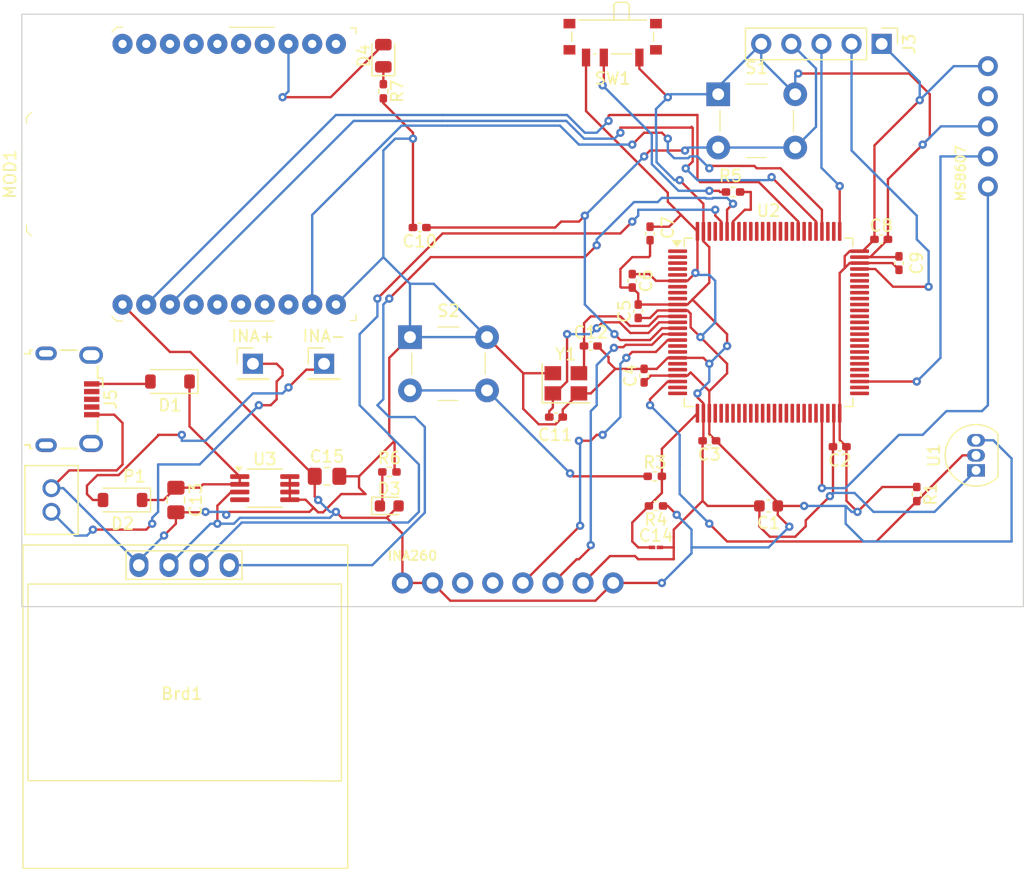
<source format=kicad_pcb>
(kicad_pcb (version 20240108) (generator "pcbnew") (generator_version "8.0")
  (layers (0 "F.Cu" signal) (31 "B.Cu" power) (34 "B.Paste" user) (35 "F.Paste" user) (36 "B.SilkS" user "B.Silkscreen") (37 "F.SilkS" user "F.Silkscreen") (38 "B.Mask" user) (39 "F.Mask" user) (44 "Edge.Cuts" user))
  (net 0 "")
  (net 1 "/I2C1_SCL")
  (net 2 "GND")
  (net 3 "/I2C1_SDA")
  (net 4 "+3.3V")
  (net 5 "/GPIO_INPUT_Button")
  (net 6 "/HSE_OUT")
  (net 7 "/HSE_IN")
  (net 8 "/NRST")
  (net 9 "/PWR_LED_K")
  (net 10 "/V_USB")
  (net 11 "/INA-")
  (net 12 "/PWR_LED_K2")
  (net 13 "Net-(D4-A)")
  (net 14 "/I2C2_SCL")
  (net 16 "/I2C2_SDA")
  (net 18 "/I2C3_SDA")
  (net 19 "/INA+")
  (net 20 "/I2C3_SCL")
  (net 28 "/UART5_TX")
  (net 36 "/UART5_RX")
  (net 37 "/GPIO_SLEEP_XBEE")
  (net 38 "/UART4_TX")
  (net 39 "Net-(SW1-B)")
  (net 40 "/BOOT0")
  (net 41 "/SWD_DIO")
  (net 42 "/SWD_CLK")
  (net 43 "Net-(D1-K)")
  (net 50 "Net-(R3-Pad1)")
  (net 120 "VBus")
  (net 121 "Alert")
  (footprint "Crystal:Crystal_SMD_3225-4Pin_3.2x2.5mm" (layer "F.Cu") (at 206.9 79.15)
    (property "Reference" "Y1")
    (property "Value" "16MHz")
  )
  (footprint "Resistor_SMD:R_0402_1005Metric_Pad0.72x0.64mm_HandSolder" (layer "F.Cu") (at 191.5 54.5 -90)
    (property "Reference" "R7")
    (property "Value" "1.5k")
  )
  (footprint "Package_SO:MSOP-8_3x3mm_P0.65mm" (layer "F.Cu") (at 181.5 88)
    (property "Reference" "U3")
    (property "Value" "MIC5219-3.3YMM")
  )
  (footprint "Package_QFP:LQFP-100_14x14mm_P0.5mm" (layer "F.Cu") (at 224 74)
    (property "Reference" "U2")
    (property "Value" "STM32U545VETx")
  )
  (footprint "Capacitor_SMD:C_0402_1005Metric_Pad0.74x0.62mm_HandSolder" (layer "F.Cu") (at 194.5675 66 180)
    (property "Reference" "C10")
    (property "Value" "100n")
  )
  (footprint "Connector_PinHeader_2.54mm:PinHeader_1x01_P2.54mm_Vertical" (layer "F.Cu") (at 180.5 77.5)
    (property "Reference" "INA+")
    (property "Value" "PinHeader_1x01_P2.54mm_Vertical")
  )
  (footprint "Adafruit INA260:1X08_ROUND_70" (layer "F.Cu") (at 202 96)
    (property "Reference" "INA260")
    (property "Value" "1X08_ROUND_70")
  )
  (footprint "Connector_PinHeader_2.54mm:PinHeader_1x01_P2.54mm_Vertical" (layer "F.Cu") (at 186.5 77.5)
    (property "Reference" "INA-")
    (property "Value" "PinHeader_1x01_P2.54mm_Vertical")
  )
  (footprint "Capacitor_SMD:C_0402_1005Metric_Pad0.74x0.62mm_HandSolder" (layer "F.Cu") (at 235 69 90)
    (property "Reference" "C9")
    (property "Value" "100n")
  )
  (footprint "Resistor_SMD:R_0402_1005Metric_Pad0.72x0.64mm_HandSolder" (layer "F.Cu") (at 221 63)
    (property "Reference" "R5")
    (property "Value" "10k")
  )
  (footprint "Resistor_SMD:R_0402_1005Metric_Pad0.72x0.64mm_HandSolder" (layer "F.Cu") (at 214.5 89.5 180)
    (property "Reference" "R4")
    (property "Value" "10k")
  )
  (footprint "Package_TO_SOT_THT:TO-92_Inline" (layer "F.Cu") (at 241.5 86.5 90)
    (property "Reference" "U1")
    (property "Value" "DS18B20")
  )
  (footprint "Capacitor_SMD:C_0402_1005Metric_Pad0.74x0.62mm_HandSolder" (layer "F.Cu") (at 212.5 70.5 -90)
    (property "Reference" "C6")
    (property "Value" "100n")
  )
  (footprint "Diode_SMD:D_SOD-123" (layer "F.Cu") (at 169.5 89 180)
    (property "Reference" "D2")
    (property "Value" "D_Schottky")
  )
  (footprint "Adafruit MS8607:1X05_ROUND" (layer "F.Cu") (at 242.5 57.46 90)
    (property "Reference" "MS8607")
    (property "Value" "1X05_ROUND")
  )
  (footprint "Capacitor_SMD:C_0402_1005Metric_Pad0.74x0.62mm_HandSolder" (layer "F.Cu") (at 206.0675 82)
    (property "Reference" "C11")
    (property "Value" "10p")
  )
  (footprint "Button_Switch_SMD:SW_SPDT_PCM12" (layer "F.Cu") (at 210.85 50.22 180)
    (property "Reference" "SW1")
    (property "Value" "SW_SPDT")
  )
  (footprint "Diode_SMD:D_SOD-123" (layer "F.Cu") (at 173.5 79 180)
    (property "Reference" "D1")
    (property "Value" "D_Schottky")
  )
  (footprint "Capacitor_SMD:C_0402_1005Metric_Pad0.74x0.62mm_HandSolder" (layer "F.Cu") (at 219 84 180)
    (property "Reference" "C3")
    (property "Value" "100n")
  )
  (footprint "Capacitor_SMD:C_0402_1005Metric_Pad0.74x0.62mm_HandSolder" (layer "F.Cu") (at 214 66.5 -90)
    (property "Reference" "C7")
    (property "Value" "100n")
  )
  (footprint "Capacitor_SMD:C_0402_1005Metric_Pad0.74x0.62mm_HandSolder" (layer "F.Cu") (at 233.5 67)
    (property "Reference" "C8")
    (property "Value" "100n")
  )
  (footprint "Capacitor_SMD:C_0402_1005Metric_Pad0.74x0.62mm_HandSolder" (layer "F.Cu") (at 209 76)
    (property "Reference" "C12")
    (property "Value" "10p")
  )
  (footprint "PHR-2:JST_PHR-2" (layer "F.Cu") (at 163.5 89 -90)
    (property "Reference" "P1")
    (property "Value" "PHR-2")
  )
  (footprint "digikey-footprints:Switch_Tactile_THT_B3F-1xxx" (layer "F.Cu") (at 219.7488 54.7394)
    (property "Reference" "S1")
    (property "Value" "PTS645SM43SMTR92_LFS")
  )
  (footprint "digikey-footprints:XBEE-20_THT" (layer "F.Cu") (at 178.5 61.5 90)
    (property "Reference" "MOD1")
    (property "Value" "XB24CZ7PIT-004")
  )
  (footprint "Connector_USB:USB_Micro-B_Wuerth_629105150521" (layer "F.Cu") (at 165 80.5 -90)
    (property "Reference" "J5")
    (property "Value" "USB_B_Micro")
  )
  (footprint "Connector_PinHeader_2.54mm:PinHeader_1x05_P2.54mm_Vertical" (layer "F.Cu") (at 233.54 50.5 -90)
    (property "Reference" "J3")
    (property "Value" "Conn_01x05_Pin")
  )
  (footprint "Capacitor_SMD:C_0402_1005Metric_Pad0.74x0.62mm_HandSolder" (layer "F.Cu") (at 213.5 78.5 90)
    (property "Reference" "C4")
    (property "Value" "100n")
  )
  (footprint "Capacitor_SMD:C_0805_2012Metric_Pad1.18x1.45mm_HandSolder" (layer "F.Cu") (at 174 89 -90)
    (property "Reference" "C13")
    (property "Value" "10u")
  )
  (footprint "Capacitor_SMD:C_0603_1608Metric" (layer "F.Cu") (at 224 89.5 180)
    (property "Reference" "C1")
    (property "Value" "4u7")
  )
  (footprint "Resistor_SMD:R_0402_1005Metric_Pad0.72x0.64mm_HandSolder" (layer "F.Cu") (at 192.0125 86.63)
    (property "Reference" "R6")
    (property "Value" "1.5k")
  )
  (footprint "Resistor_SMD:R_0402_1005Metric_Pad0.72x0.64mm_HandSolder" (layer "F.Cu") (at 214.4025 87)
    (property "Reference" "R3")
    (property "Value" "1k")
  )
  (footprint "Resistor_SMD:R_0402_1005Metric_Pad0.72x0.64mm_HandSolder" (layer "F.Cu") (at 236.5 88.5 -90)
    (property "Reference" "R1")
    (property "Value" "4.7k")
  )
  (footprint "LED_SMD:LED_0603_1608Metric" (layer "F.Cu") (at 192 89.5)
    (property "Reference" "D3")
    (property "Value" "RED")
  )
  (footprint "SSD1306:128x64OLED" (layer "F.Cu") (at 174.5 105.1)
    (property "Reference" "Brd1")
    (property "Value" "SSD1306")
  )
  (footprint "digikey-footprints:Switch_Tactile_THT_B3F-1xxx" (layer "F.Cu") (at 193.7488 75.2394)
    (property "Reference" "S2")
    (property "Value" "PTS645SM43SMTR92_LFS")
  )
  (footprint "Capacitor_SMD:C_0805_2012Metric_Pad1.18x1.45mm_HandSolder" (layer "F.Cu") (at 186.75 87)
    (property "Reference" "C15")
    (property "Value" "2.2u")
  )
  (footprint "Capacitor_SMD:C_01005_0402Metric_Pad0.57x0.30mm_HandSolder" (layer "F.Cu") (at 214.5 93)
    (property "Reference" "C14")
    (property "Value" "0.1u")
  )
  (footprint "Capacitor_SMD:C_0402_1005Metric_Pad0.74x0.62mm_HandSolder" (layer "F.Cu") (at 230 84.5 180)
    (property "Reference" "C2")
    (property "Value" "100n")
  )
  (footprint "LED_SMD:LED_0805_2012Metric" (layer "F.Cu") (at 191.5 51.5 90)
    (property "Reference" "D4")
    (property "Value" "RED")
  )
  (footprint "Capacitor_SMD:C_0402_1005Metric_Pad0.74x0.62mm_HandSolder" (layer "F.Cu") (at 213 73.0675 90)
    (property "Reference" "C5")
    (property "Value" "100n")
  )
  (gr_rect (start 161 48) (end 245.5 98) (stroke (width 0.1)) (fill none) (layer "Edge.Cuts"))
  (segment (start 211.5 66.5) (end 196.5 66.5) (width 0.2) (layer "F.Cu") (net 1))
  (segment (start 196.5 66.5) (end 191 72) (width 0.2) (layer "F.Cu") (net 1))
  (segment (start 212.5 65.5) (end 211.5 66.5) (width 0.2) (layer "F.Cu") (net 1))
  (segment (start 220 65.49259) (end 219.5 64.99259) (width 0.2) (layer "F.Cu") (net 1))
  (segment (start 219.5 64.99259) (end 219.5 64.5) (width 0.2) (layer "F.Cu") (net 1))
  (segment (start 220 66.325) (end 220 65.49259) (width 0.2) (layer "F.Cu") (net 1))
  (via (at 219.5 64.5) (size 0.7) (drill 0.3) (layers "F.Cu" "B.Cu") (net 1))
  (via (at 212.5 65.5) (size 0.7) (drill 0.3) (layers "F.Cu" "B.Cu") (net 1))
  (via (at 191 72) (size 0.7) (drill 0.3) (layers "F.Cu" "B.Cu") (net 1))
  (segment (start 213 64.5) (end 213 65) (width 0.2) (layer "B.Cu") (net 1))
  (segment (start 213 65) (end 212.5 65.5) (width 0.2) (layer "B.Cu") (net 1))
  (segment (start 189.5 81) (end 189.5 75) (width 0.2) (layer "B.Cu") (net 1))
  (segment (start 179.56 90.9) (end 193.6 90.9) (width 0.2) (layer "B.Cu") (net 1))
  (segment (start 191 73.5) (end 191 72) (width 0.2) (layer "B.Cu") (net 1))
  (segment (start 194.5 86) (end 189.5 81) (width 0.2) (layer "B.Cu") (net 1))
  (segment (start 194.5 90) (end 194.5 86) (width 0.2) (layer "B.Cu") (net 1))
  (segment (start 193.6 90.9) (end 194.5 90) (width 0.2) (layer "B.Cu") (net 1))
  (segment (start 175.96 94.5) (end 179.56 90.9) (width 0.2) (layer "B.Cu") (net 1))
  (segment (start 219.5 64.5) (end 213 64.5) (width 0.2) (layer "B.Cu") (net 1))
  (segment (start 189.5 75) (end 191 73.5) (width 0.2) (layer "B.Cu") (net 1))
  (segment (start 210.5 76.9325) (end 209.5675 76) (width 0.2) (layer "F.Cu") (net 2))
  (segment (start 218.4325 89.0675) (end 218.4325 84) (width 0.2) (layer "F.Cu") (net 2))
  (segment (start 206.635 82) (end 206.025 82.61) (width 0.2) (layer "F.Cu") (net 2))
  (segment (start 174 90.0375) (end 174 91) (width 0.2) (layer "F.Cu") (net 2))
  (segment (start 194 58) (end 191.5 55.5) (width 0.2) (layer "F.Cu") (net 2))
  (segment (start 217.578705 72.078705) (end 217.15741 72.5) (width 0.2) (layer "F.Cu") (net 2))
  (segment (start 214 67.0675) (end 214 68.39) (width 0.2) (layer "F.Cu") (net 2))
  (segment (start 204.61 82.61) (end 203.3 81.3) (width 0.2) (layer "F.Cu") (net 2))
  (segment (start 203.3 81.3) (end 203.3 78.3) (width 0.2) (layer "F.Cu") (net 2))
  (segment (start 211.0675 77.9325) (end 213.5 77.9325) (width 0.2) (layer "F.Cu") (net 2))
  (segment (start 214.56009 77.9325) (end 215.49259 77) (width 0.2) (layer "F.Cu") (net 2))
  (segment (start 212.734 93.734) (end 213 94) (width 0.2) (layer "F.Cu") (net 2))
  (segment (start 208 80) (end 209 80) (width 0.2) (layer "F.Cu") (net 2))
  (segment (start 223.225 89.5) (end 218.865 89.5) (width 0.2) (layer "F.Cu") (net 2))
  (segment (start 208.35 96) (end 210.616 93.734) (width 0.2) (layer "F.Cu") (net 2))
  (segment (start 216.325 77) (end 218.5 77) (width 0.2) (layer "F.Cu") (net 2))
  (segment (start 227.134314 90.717157) (end 227.134314 91.214215) (width 0.2) (layer "F.Cu") (net 2))
  (segment (start 169 86.5) (end 165 86.5) (width 0.2) (layer "F.Cu") (net 2))
  (segment (start 218.5 81.675) (end 218.5 80.84259) (width 0.2) (layer "F.Cu") (net 2))
  (segment (start 208 80) (end 206.635 81.365) (width 0.2) (layer "F.Cu") (net 2))
  (segment (start 168.8 81.8) (end 169.5 82.5) (width 0.2) (layer "F.Cu") (net 2))
  (segment (start 234.9325 68.5) (end 231.675 68.5) (width 0.2) (layer "F.Cu") (net 2))
  (segment (start 209 80) (end 211.0675 77.9325) (width 0.2) (layer "F.Cu") (net 2))
  (segment (start 191.5 55.5) (end 191.5 55.0975) (width 0.2) (layer "F.Cu") (net 2))
  (segment (start 217.578705 72.078705) (end 220.5 75) (width 0.2) (layer "F.Cu") (net 2))
  (segment (start 211.5675 71.0675) (end 212.5 71.0675) (width 0.2) (layer "F.Cu") (net 2))
  (segment (start 166.9 81.8) (end 168.8 81.8) (width 0.2) (layer "F.Cu") (net 2))
  (segment (start 213 94) (end 216 94) (width 0.2) (layer "F.Cu") (net 2))
  (segment (start 211.5 71) (end 211.5675 71.0675) (width 0.2) (layer "F.Cu") (net 2))
  (segment (start 186.4125 90.0375) (end 187.95 88.5) (width 0.2) (layer "F.Cu") (net 2))
  (segment (start 226.248529 92.1) (end 224.1 92.1) (width 0.2) (layer "F.Cu") (net 2))
  (segment (start 218.5 80.84259) (end 218 80.34259) (width 0.2) (layer "F.Cu") (net 2))
  (segment (start 234.0675 61.9325) (end 236 60) (width 0.2) (layer "F.Cu") (net 2))
  (segment (start 213.89 68.5) (end 212.5 68.5) (width 0.2) (layer "F.Cu") (net 2))
  (segment (start 185.615625 89.653125) (end 185.26875 90) (width 0.2) (layer "F.Cu") (net 2))
  (segment (start 229.5 81.675) (end 229.5 84.4325) (width 0.2) (layer "F.Cu") (net 2))
  (segment (start 214 68.39) (end 213.89 68.5) (width 0.2) (layer "F.Cu") (net 2))
  (segment (start 235.848529 53) (end 226.5 53) (width 0.2) (layer "F.Cu") (net 2))
  (segment (start 229.175736 88.675736) (end 229.175735 88.675736) (width 0.2) (layer "F.Cu") (net 2))
  (segment (start 217.15741 72.5) (end 216.325 72.5) (width 0.2) (layer "F.Cu") (net 2))
  (segment (start 187.95 88.5) (end 190 88.5) (width 0.2) (layer "F.Cu") (net 2))
  (segment (start 229.4325 84.5) (end 229.4325 88.418971) (width 0.2) (layer "F.Cu") (net 2))
  (segment (start 192.45 86.47) (end 192.45 84) (width 0.2) (layer "F.Cu") (net 2))
  (segment (start 211.5 69.5) (end 211.5 71) (width 0.2) (layer "F.Cu") (net 2))
  (segment (start 232.5675 68.5) (end 231.675 68.5) (width 0.2) (layer "F.Cu") (net 2))
  (segment (start 234.0675 67) (end 232.5675 68.5) (width 0.2) (layer "F.Cu") (net 2))
  (segment (start 190 88.5) (end 189.45 87.95) (width 0.2) (layer "F.Cu") (net 2))
  (segment (start 194 58.5) (end 194 58) (width 0.2) (layer "F.Cu") (net 2))
  (segment (start 219 70.65741) (end 217.578705 72.078705) (width 0.2) (layer "F.Cu") (net 2))
  (segment (start 183.6125 88.325) (end 183.6125 87.675) (width 0.2) (layer "F.Cu") (net 2))
  (segment (start 218.5 64) (end 218.5 66.325) (width 0.2) (layer "F.Cu") (net 2))
  (segment (start 183.6125 88.975) (end 183.6125 88.325) (width 0.2) (layer "F.Cu") (net 2))
  (segment (start 216 91.5) (end 218.4325 89.0675) (width 0.2) (layer "F.Cu") (net 2))
  (segment (start 210.5 77.365) (end 211.0675 77.9325) (width 0.2) (layer "F.Cu") (net 2))
  (segment (start 213.1 51.65) (end 213.1 52.6) (width 0.2) (layer "F.Cu") (net 2))
  (segment (start 176.4625 90.0375) (end 176.5 90) (width 0.2) (layer "F.Cu") (net 2))
  (segment (start 213.1 52.6) (end 215.5 55) (width 0.2) (layer "F.Cu") (net 2))
  (segment (start 216 93) (end 214.8375 93) (width 0.2) (layer "F.Cu") (net 2))
  (segment (start 184.9375 88.975) (end 185.73125 89.76875) (width 0.2) (layer "F.Cu") (net 2))
  (segment (start 218 80.34259) (end 218 80) (width 0.2) (layer "F.Cu") (net 2))
  (segment (start 174 90.0375) (end 176.4625 90.0375) (width 0.2) (layer "F.Cu") (net 2))
  (segment (start 229.175735 88.675736) (end 227.134314 90.717157) (width 0.2) (layer "F.Cu") (net 2))
  (segment (start 218.5 67.15741) (end 219 67.65741) (width 0.2) (layer "F.Cu") (net 2))
  (segment (start 216.5 62) (end 218.5 64) (width 0.2) (layer "F.Cu") (net 2))
  (segment (start 187.7875 87) (end 189.45 87) (width 0.2) (layer "F.Cu") (net 2))
  (segment (start 229.4325 88.418971) (end 229.175736 88.675735) (width 0.2) (layer "F.Cu") (net 2))
  (segment (start 237.6 58.4) (end 237.6 54.751471) (width 0.2) (layer "F.Cu") (net 2))
  (segment (start 205.8 78.3) (end 203.3 78.3) (width 0.2) (layer "F.Cu") (net 2))
  (segment (start 210.616 93.734) (end 212.734 93.734) (width 0.2) (layer "F.Cu") (net 2))
  (segment (start 237.6 54.751471) (end 235.848529 53) (width 0.2) (layer "F.Cu") (net 2))
  (segment (start 169.5 86) (end 169 86.5) (width 0.2) (layer "F.Cu") (net 2))
  (segment (start 219 67.65741) (end 219 70.65741) (width 0.2) (layer "F.Cu") (net 2))
  (segment (start 234.0675 67) (end 234.0675 61.9325) (width 0.2) (layer "F.Cu") (net 2))
  (segment (start 229.5 84.4325) (end 229.4325 84.5) (width 0.2) (layer "F.Cu") (net 2))
  (segment (start 213 71.5675) (end 212.5 71.0675) (width 0.2) (layer "F.Cu") (net 2))
  (segment (start 216.325 72.5) (end 213 72.5) (width 0.2) (layer "F.Cu") (net 2))
  (segment (start 224.1 92.1) (end 223.225 91.225) (width 0.2) (layer "F.Cu") (net 2))
  (segment (start 216 94) (end 216 93) (width 0.2) (layer "F.Cu") (net 2))
  (segment (start 223.225 91.225) (end 223.225 89.5) (width 0.2) (layer "F.Cu") (net 2))
  (segment (start 215.49259 77) (end 216.325 77) (width 0.2) (layer "F.Cu") (net 2))
  (segment (start 216 93) (end 216 91.5) (width 0.2) (layer "F.Cu") (net 2))
  (segment (start 236 60) (end 237.6 58.4) (width 0.2) (layer "F.Cu") (net 2))
  (segment (start 206.025 82.61) (end 204.61 82.61) (width 0.2) (layer "F.Cu") (net 2))
  (segment (start 213.5 77.9325) (end 214.56009 77.9325) (width 0.2) (layer "F.Cu") (net 2))
  (segment (start 210.5 76.9325) (end 210.5 77.365) (width 0.2) (layer "F.Cu") (net 2))
  (segment (start 183.6125 88.975) (end 184.9375 88.975) (width 0.2) (layer "F.Cu") (net 2))
  (segment (start 229.175736 88.675735) (end 229.175736 88.675736) (width 0.2) (layer "F.Cu") (net 2))
  (segment (start 185.26875 90) (end 178.5 90) (width 0.2) (layer "F.Cu") (net 2))
  (segment (start 192.45 84) (end 192 83.55) (width 0.2) (layer "F.Cu") (net 2))
  (segment (start 203.3 78.3) (end 200.25 75.25) (width 0.2) (layer "F.Cu") (net 2))
  (segment (start 165 86.5) (end 163.5 88) (width 0.2) (layer "F.Cu") (net 2))
  (segment (start 189.45 87.95) (end 189.45 87) (width 0.2) (layer "F.Cu") (net 2))
  (segment (start 192.61 86.63) (end 192.45 86.47) (width 0.2) (layer "F.Cu") (net 2))
  (segment (start 192 83.55) (end 192 77) (width 0.2) (layer "F.Cu") (net 2))
  (segment (start 178.5 90) (end 178.25 90.25) (width 0.2) (layer "F.Cu") (net 2))
  (segment (start 218.4325 84) (end 218.5 83.9325) (width 0.2) (layer "F.Cu") (net 2))
  (segment (start 236 60) (end 237 59) (width 0.2) (layer "F.Cu") (net 2))
  (segment (start 169.5 82.5) (end 169.5 86) (width 0.2) (layer "F.Cu") (net 2))
  (segment (start 192 77) (end 193.75 75.25) (width 0.2) (layer "F.Cu") (net 2))
  (segment (start 212.5 68.5) (end 211.5 69.5) (width 0.2) (layer "F.Cu") (net 2))
  (segment (start 218.5 77) (end 219 77.5) (width 0.2) (layer "F.Cu") (net 2))
  (segment (start 185.73125 89.76875) (end 186 90.0375) (width 0.2) (layer "F.Cu") (net 2))
  (segment (start 174 91) (end 173 92) (width 0.2) (layer "F.Cu") (net 2))
  (segment (start 218.865 89.5) (end 218.4325 89.0675) (width 0.2) (layer "F.Cu") (net 2))
  (segment (start 213 72.5) (end 213 71.5675) (width 0.2) (layer "F.Cu") (net 2))
  (segment (start 218.5 66.325) (end 218.5 67.15741) (width 0.2) (layer "F.Cu") (net 2))
  (segment (start 189.45 87) (end 192.45 84) (width 0.2) (layer "F.Cu") (net 2))
  (segment (start 206.635 81.365) (end 206.635 82) (width 0.2) (layer "F.Cu") (net 2))
  (segment (start 186 90.0375) (end 186.4125 90.0375) (width 0.2) (layer "F.Cu") (net 2))
  (segment (start 220.5 75) (end 220.5 76) (width 0.2) (layer "F.Cu") (net 2))
  (segment (start 218.5 83.9325) (end 218.5 81.675) (width 0.2) (layer "F.Cu") (net 2))
  (segment (start 194 66) (end 194 58.5) (width 0.2) (layer "F.Cu") (net 2))
  (segment (start 183.6125 87.025) (end 183.6125 87.675) (width 0.2) (layer "F.Cu") (net 2))
  (segment (start 227.134314 91.214215) (end 226.248529 92.1) (width 0.2) (layer "F.Cu") (net 2))
  (segment (start 235 68.4325) (end 234.9325 68.5) (width 0.2) (layer "F.Cu") (net 2))
  (via (at 194 58.5) (size 0.7) (drill 0.3) (layers "F.Cu" "B.Cu") (net 2))
  (via (at 229.175736 88.675736) (size 0.7) (drill 0.3) (layers "F.Cu" "B.Cu") (net 2))
  (via (at 226.5 53) (size 0.7) (drill 0.3) (layers "F.Cu" "B.Cu") (net 2))
  (via (at 237 59) (size 0.7) (drill 0.3) (layers "F.Cu" "B.Cu") (net 2))
  (via (at 215.5 55) (size 0.7) (drill 0.3) (layers "F.Cu" "B.Cu") (net 2))
  (via (at 178.25 90.25) (size 0.7) (drill 0.3) (layers "F.Cu" "B.Cu") (net 2))
  (via (at 220.5 76) (size 0.7) (drill 0.3) (layers "F.Cu" "B.Cu") (net 2))
  (via (at 173 92) (size 0.7) (drill 0.3) (layers "F.Cu" "B.Cu") (net 2))
  (via (at 176.5 90) (size 0.7) (drill 0.3) (layers "F.Cu" "B.Cu") (net 2))
  (via (at 216.5 62) (size 0.7) (drill 0.3) (layers "F.Cu" "B.Cu") (net 2))
  (via (at 218 80) (size 0.7) (drill 0.3) (layers "F.Cu" "B.Cu") (net 2))
  (via (at 219 77.5) (size 0.7) (drill 0.3) (layers "F.Cu" "B.Cu") (net 2))
  (segment (start 229.451472 88.4) (end 229.175736 88.675736) (width 0.2) (layer "B.Cu") (net 2))
  (segment (start 193.75 70.75) (end 191.5 68.5) (width 0.2) (layer "B.Cu") (net 2))
  (segment (start 214.5 56) (end 215.5 55) (width 0.2) (layer "B.Cu") (net 2))
  (segment (start 187.5 72.5) (end 191.5 68.5) (width 0.2) (layer "B.Cu") (net 2))
  (segment (start 195.75 70.75) (end 193.75 70.75) (width 0.2) (layer "B.Cu") (net 2))
  (segment (start 242.5 57.46) (end 238.54 57.46) (width 0.2) (layer "B.Cu") (net 2))
  (segment (start 194 58.5) (end 192.5 58.5) (width 0.2) (layer "B.Cu") (net 2))
  (segment (start 241.5 86.5) (end 238 90) (width 0.2) (layer "B.Cu") (net 2))
  (segment (start 176.5 90) (end 178 90) (width 0.2) (layer "B.Cu") (net 2))
  (segment (start 214.5 57.934315) (end 214.5 56) (width 0.2) (layer "B.Cu") (net 2))
  (segment (start 200.25 75.25) (end 195.75 70.75) (width 0.2) (layer "B.Cu") (net 2))
  (segment (start 226.25 54.75) (end 223.38 51.88) (width 0.2) (layer "B.Cu") (net 2))
  (segment (start 214.55 57.984315) (end 214.5 57.934315) (width 0.2) (layer "B.Cu") (net 2))
  (segment (start 214.55 60.484314) (end 214.55 57.984315) (width 0.2) (layer "B.Cu") (net 2))
  (segment (start 164.5 88) (end 163.5 88) (width 0.2) (layer "B.Cu") (net 2))
  (segment (start 216.065686 62) (end 214.55 60.484314) (width 0.2) (layer "B.Cu") (net 2))
  (segment (start 238 90) (end 232.848529 90) (width 0.2) (layer "B.Cu") (net 2))
  (segment (start 231.248529 88.4) (end 229.451472 88.4) (width 0.2) (layer "B.Cu") (net 2))
  (segment (start 219.75 54.75) (end 215.75 54.75) (width 0.2) (layer "B.Cu") (net 2))
  (segment (start 216.5 62) (end 216.065686 62) (width 0.2) (layer "B.Cu") (net 2))
  (segment (start 170.88 94.38) (end 164.5 88) (width 0.2) (layer "B.Cu") (net 2))
  (segment (start 193.75 75.25) (end 193.75 70.75) (width 0.2) (layer "B.Cu") (net 2))
  (segment (start 232.848529 90) (end 231.248529 88.4) (width 0.2) (layer "B.Cu") (net 2))
  (segment (start 218 80) (end 219 79) (width 0.2) (layer "B.Cu") (net 2))
  (segment (start 191.5 59.5) (end 191.5 68.5) (width 0.2) (layer "B.Cu") (net 2))
  (segment (start 219.75 54.13) (end 219.75 54.75) (width 0.2) (layer "B.Cu") (net 2))
  (segment (start 238.54 57.46) (end 237 59) (width 0.2) (layer "B.Cu") (net 2))
  (segment (start 220.5 76) (end 219 77.5) (width 0.2) (layer "B.Cu") (net 2))
  (segment (start 219 79) (end 219 77.5) (width 0.2) (layer "B.Cu") (net 2))
  (segment (start 170.88 94.5) (end 170.88 94.12) (width 0.2) (layer "B.Cu") (net 2))
  (segment (start 226.25 53.25) (end 226.5 53) (width 0.2) (layer "B.Cu") (net 2))
  (segment (start 193.75 75.25) (end 200.25 75.25) (width 0.2) (layer "B.Cu") (net 2))
  (segment (start 170.88 94.5) (end 170.88 94.38) (width 0.2) (layer "B.Cu") (net 2))
  (segment (start 215.75 54.75) (end 215.5 55) (width 0.2) (layer "B.Cu") (net 2))
  (segment (start 226.25 54.75) (end 226.25 53.25) (width 0.2) (layer "B.Cu") (net 2))
  (segment (start 223.38 51.88) (end 223.38 50.5) (width 0.2) (layer "B.Cu") (net 2))
  (segment (start 178 90) (end 178.25 90.25) (width 0.2) (layer "B.Cu") (net 2))
  (segment (start 223.38 50.5) (end 219.75 54.13) (width 0.2) (layer "B.Cu") (net 2))
  (segment (start 170.88 94.12) (end 173 92) (width 0.2) (layer "B.Cu") (net 2))
  (segment (start 192.5 58.5) (end 191.5 59.5) (width 0.2) (layer "B.Cu") (net 2))
  (segment (start 209.5 67.5) (end 208.5 68.5) (width 0.2) (layer "F.Cu") (net 3))
  (segment (start 220.5 64.5) (end 221 64) (width 0.2) (layer "F.Cu") (net 3))
  (segment (start 195.5 68.5) (end 192 72) (width 0.2) (layer "F.Cu") (net 3))
  (segment (start 208.5 68.5) (end 195.5 68.5) (width 0.2) (layer "F.Cu") (net 3))
  (segment (start 220.5 66.325) (end 220.5 64.5) (width 0.2) (layer "F.Cu") (net 3))
  (via (at 209.5 67.5) (size 0.7) (drill 0.3) (layers "F.Cu" "B.Cu") (net 3))
  (via (at 192 72) (size 0.7) (drill 0.3) (layers "F.Cu" "B.Cu") (net 3))
  (via (at 221 64) (size 0.7) (drill 0.3) (layers "F.Cu" "B.Cu") (net 3))
  (segment (start 218.730761 63.55) (end 218.680761 63.5) (width 0.2) (layer "B.Cu") (net 3))
  (segment (start 195 90.065686) (end 195 82.838478) (width 0.2) (layer "B.Cu") (net 3))
  (segment (start 212.65 63.85) (end 209.5 67) (width 0.2) (layer "B.Cu") (net 3))
  (segment (start 218.680761 63.5) (end 215 63.5) (width 0.2) (layer "B.Cu") (net 3))
  (segment (start 195 82.838478) (end 194.161522 82) (width 0.2) (layer "B.Cu") (net 3))
  (segment (start 191 81) (end 191.5 80.5) (width 0.2) (layer "B.Cu") (net 3))
  (segment (start 192 82) (end 191 81) (width 0.2) (layer "B.Cu") (net 3))
  (segment (start 214.65 63.85) (end 212.65 63.85) (width 0.2) (layer "B.Cu") (net 3))
  (segment (start 215 63.5) (end 214.65 63.85) (width 0.2) (layer "B.Cu") (net 3))
  (segment (start 219.319239 63.5) (end 219.269239 63.55) (width 0.2) (layer "B.Cu") (net 3))
  (segment (start 221 64) (end 220.5 63.5) (width 0.2) (layer "B.Cu") (net 3))
  (segment (start 191.5 80.5) (end 191.5 72.5) (width 0.2) (layer "B.Cu") (net 3))
  (segment (start 190.565686 94.5) (end 195 90.065686) (width 0.2) (layer "B.Cu") (net 3))
  (segment (start 191.5 72.5) (end 192 72) (width 0.2) (layer "B.Cu") (net 3))
  (segment (start 194.161522 82) (end 192 82) (width 0.2) (layer "B.Cu") (net 3))
  (segment (start 209.5 67) (end 209.5 67.5) (width 0.2) (layer "B.Cu") (net 3))
  (segment (start 219.269239 63.55) (end 218.730761 63.55) (width 0.2) (layer "B.Cu") (net 3))
  (segment (start 178.5 94.5) (end 190.565686 94.5) (width 0.2) (layer "B.Cu") (net 3))
  (segment (start 220.5 63.5) (end 219.319239 63.5) (width 0.2) (layer "B.Cu") (net 3))
  (segment (start 220.5 78.30741) (end 220.5 77.5) (width 0.2) (layer "F.Cu") (net 4))
  (segment (start 218 66.325) (end 216.6075 64.9325) (width 0.2) (layer "F.Cu") (net 4))
  (segment (start 214 65.9325) (end 215.6075 65.9325) (width 0.2) (layer "F.Cu") (net 4))
  (segment (start 175.2125 76.5) (end 173.5 76.5) (width 0.2) (layer "F.Cu") (net 4))
  (segment (start 230 83.9325) (end 230.5675 84.5) (width 0.2) (layer "F.Cu") (net 4))
  (segment (start 234.4325 69) (end 231.675 69) (width 0.2) (layer "F.Cu") (net 4))
  (segment (start 185.7125 88.7125) (end 186 89) (width 0.2) (layer "F.Cu") (net 4))
  (segment (start 220.5 77.5) (end 218.25 75.25) (width 0.2) (layer "F.Cu") (net 4))
  (segment (start 230.421295 68.421295) (end 230.421295 69.421295) (width 0.2) (layer "F.Cu") (net 4))
  (segment (start 213.5 79.0675) (end 214.0675 78.5) (width 0.2) (layer "F.Cu") (net 4))
  (segment (start 195.65 96) (end 193.11 96) (width 0.2) (layer "F.Cu") (net 4))
  (segment (start 231.675 68) (end 231.9325 68) (width 0.2) (layer "F.Cu") (net 4))
  (segment (start 216.325 78.5) (end 217.15741 78.5) (width 0.2) (layer "F.Cu") (net 4))
  (segment (start 214.5 70.5) (end 216.325 70.5) (width 0.2) (layer "F.Cu") (net 4))
  (segment (start 219 83.4325) (end 219 81.675) (width 0.2) (layer "F.Cu") (net 4))
  (segment (start 235 69.5675) (end 234.4325 69) (width 0.2) (layer "F.Cu") (net 4))
  (segment (start 197.15 97.5) (end 195.65 96) (width 0.2) (layer "F.Cu") (net 4))
  (segment (start 214 73.635) (end 213 73.635) (width 0.2) (layer "F.Cu") (net 4))
  (segment (start 224.775 89.5) (end 227 89.5) (width 0.2) (layer "F.Cu") (net 4))
  (segment (start 214.0675 78.5) (end 216.325 78.5) (width 0.2) (layer "F.Cu") (net 4))
  (segment (start 210.89 96) (end 215 96) (width 0.2) (layer "F.Cu") (net 4))
  (segment (start 230.84259 68) (end 230.421295 68.421295) (width 0.2) (layer "F.Cu") (net 4))
  (segment (start 219 79.80741) (end 217.425 78.23241) (width 0.2) (layer "F.Cu") (net 4))
  (segment (start 219 81.675) (end 219 79.80741) (width 0.2) (layer "F.Cu") (net 4))
  (segment (start 185.7125 87) (end 175.2125 76.5) (width 0.2) (layer "F.Cu") (net 4))
  (segment (start 208.6 51.65) (end 208.6 56.1675) (width 0.2) (layer "F.Cu") (net 4))
  (segment (start 191.7875 90.5) (end 188 90.5) (width 0.2) (layer "F.Cu") (net 4))
  (segment (start 231.9325 68) (end 232.9325 67) (width 0.2) (layer "F.Cu") (net 4))
  (segment (start 210.89 96) (end 209.39 97.5) (width 0.2) (layer "F.Cu") (net 4))
  (segment (start 217.15741 73) (end 216.325 73) (width 0.2) (layer "F.Cu") (net 4))
  (segment (start 218.25 75.25) (end 217.425 74.425) (width 0.2) (layer "F.Cu") (net 4))
  (segment (start 230 81.675) (end 230 69.84259) (width 0.2) (layer "F.Cu") (net 4))
  (segment (start 225.75 91.25) (end 224.775 90.275) (width 0.2) (layer "F.Cu") (net 4))
  (segment (start 215.5 89.5) (end 215.0975 89.5) (width 0.2) (layer "F.Cu") (net 4))
  (segment (start 216.325 73) (end 214.635 73) (width 0.2) (layer "F.Cu") (net 4))
  (segment (start 236.75 55.25) (end 232.9325 59.0675) (width 0.2) (layer "F.Cu") (net 4))
  (segment (start 214.5 70.5) (end 213.9325 69.9325) (width 0.2) (layer "F.Cu") (net 4))
  (segment (start 216.25 90.25) (end 215.5 89.5) (width 0.2) (layer "F.Cu") (net 4))
  (segment (start 173.5 76.5) (end 169.5 72.5) (width 0.2) (layer "F.Cu") (net 4))
  (segment (start 230.84259 69) (end 231.675 69) (width 0.2) (layer "F.Cu") (net 4))
  (segment (start 230 69.84259) (end 230.421295 69.421295) (width 0.2) (layer "F.Cu") (net 4))
  (segment (start 177.5 89.481544) (end 177.5 91) (width 0.2) (layer "F.Cu") (net 4))
  (segment (start 218 69.65741) (end 218 66.325) (width 0.2) (layer "F.Cu") (net 4))
  (segment (start 215.5 63.825) (end 216.6075 64.9325) (width 0.2) (layer "F.Cu") (net 4))
  (segment (start 193.11 91.8225) (end 193.11 96) (width 0.2) (layer "F.Cu") (net 4))
  (segment (start 217.15741 70.5) (end 217.828705 69.828705) (width 0.2) (layer "F.Cu") (net 4))
  (segment (start 231.5 90) (end 233.5975 87.9025) (width 0.2) (layer "F.Cu") (net 4))
  (segment (start 219 79.80741) (end 220.5 78.30741) (width 0.2) (layer "F.Cu") (net 4))
  (segment (start 208.6 56.1675) (end 215.5 63.0675) (width 0.2) (layer "F.Cu") (net 4))
  (segment (start 231.5 90) (end 230.5675 89.0675) (width 0.2) (layer "F.Cu") (net 4))
  (segment (start 215.5 63.0675) (end 215.5 63.825) (width 0.2) (layer "F.Cu") (net 4))
  (segment (start 230.421295 69.421295) (end 230.84259 69) (width 0.2) (layer "F.Cu") (net 4))
  (segment (start 213.9325 69.9325) (end 212.5 69.9325) (width 0.2) (layer "F.Cu") (net 4))
  (segment (start 214.635 73) (end 214 73.635) (width 0.2) (layer "F.Cu") (net 4))
  (segment (start 224.775 89.5) (end 224.775 89.2075) (width 0.2) (layer "F.Cu") (net 4))
  (segment (start 231.675 68) (end 230.84259 68) (width 0.2) (layer "F.Cu") (net 4))
  (segment (start 224.775 89.2075) (end 219.5675 84) (width 0.2) (layer "F.Cu") (net 4))
  (segment (start 179.3875 88.325) (end 178.656544 88.325) (width 0.2) (layer "F.Cu") (net 4))
  (segment (start 217.425 74.425) (end 217.425 73.26759) (width 0.2) (layer "F.Cu") (net 4))
  (segment (start 217.425 73.26759) (end 217.15741 73) (width 0.2) (layer "F.Cu") (net 4))
  (segment (start 230 81.675) (end 230 83.9325) (width 0.2) (layer "F.Cu") (net 4))
  (segment (start 191.7875 90.5) (end 193.11 91.8225) (width 0.2) (layer "F.Cu") (net 4))
  (segment (start 233.5975 87.9025) (end 236.5 87.9025) (width 0.2) (layer "F.Cu") (net 4))
  (segment (start 219.5675 84) (end 219 83.4325) (width 0.2) (layer "F.Cu") (net 4))
  (segment (start 217.828705 69.828705) (end 218 69.65741) (width 0.2) (layer "F.Cu") (net 4))
  (segment (start 178.656544 88.325) (end 177.5 89.481544) (width 0.2) (layer "F.Cu") (net 4))
  (segment (start 192.7875 89.5) (end 191.7875 90.5) (width 0.2) (layer "F.Cu") (net 4))
  (segment (start 216.6075 64.9325) (end 215.6075 65.9325) (width 0.2) (layer "F.Cu") (net 4))
  (segment (start 216.325 70.5) (end 217.15741 70.5) (width 0.2) (layer "F.Cu") (net 4))
  (segment (start 188 90.5) (end 187.5 90) (width 0.2) (layer "F.Cu") (net 4))
  (segment (start 232.9325 59.0675) (end 232.9325 67) (width 0.2) (layer "F.Cu") (net 4))
  (segment (start 217.15741 78.5) (end 217.425 78.23241) (width 0.2) (layer "F.Cu") (net 4))
  (segment (start 230.5675 89.0675) (end 230.5675 84.5) (width 0.2) (layer "F.Cu") (net 4))
  (segment (start 224.775 90.275) (end 224.775 89.5) (width 0.2) (layer "F.Cu") (net 4))
  (segment (start 185.7125 87) (end 185.7125 88.7125) (width 0.2) (layer "F.Cu") (net 4))
  (segment (start 209.39 97.5) (end 197.15 97.5) (width 0.2) (layer "F.Cu") (net 4))
  (via (at 227 89.5) (size 0.7) (drill 0.3) (layers "F.Cu" "B.Cu") (net 4))
  (via (at 236.75 55.25) (size 0.7) (drill 0.3) (layers "F.Cu" "B.Cu") (net 4))
  (via (at 218.25 75.25) (size 0.7) (drill 0.3) (layers "F.Cu" "B.Cu") (net 4))
  (via (at 186 89) (size 0.7) (drill 0.3) (layers "F.Cu" "B.Cu") (net 4))
  (via (at 216.25 90.25) (size 0.7) (drill 0.3) (layers "F.Cu" "B.Cu") (net 4))
  (via (at 217.828705 69.828705) (size 0.7) (drill 0.3) (layers "F.Cu" "B.Cu") (net 4))
  (via (at 231.5 90) (size 0.7) (drill 0.3) (layers "F.Cu" "B.Cu") (net 4))
  (via (at 225.75 91.25) (size 0.7) (drill 0.3) (layers "F.Cu" "B.Cu") (net 4))
  (via (at 177.5 91) (size 0.7) (drill 0.3) (layers "F.Cu" "B.Cu") (net 4))
  (via (at 187.5 90) (size 0.7) (drill 0.3) (layers "F.Cu" "B.Cu") (net 4))
  (via (at 215 96) (size 0.7) (drill 0.3) (layers "F.Cu" "B.Cu") (net 4))
  (segment (start 242.96 83.96) (end 244.5 85.5) (width 0.2) (layer "B.Cu") (net 4))
  (segment (start 224 93) (end 217.5 93) (width 0.2) (layer "B.Cu") (net 4))
  (segment (start 178.894314 91) (end 179.394314 90.5) (width 0.2) (layer "B.Cu") (net 4))
  (segment (start 239.62 52.38) (end 242.5 52.38) (width 0.2) (layer "B.Cu") (net 4))
  (segment (start 241.5 83.96) (end 242.96 83.96) (width 0.2) (layer "B.Cu") (net 4))
  (segment (start 187 90) (end 186 89) (width 0.2) (layer "B.Cu") (net 4))
  (segment (start 244.5 92.5) (end 232 92.5) (width 0.2) (layer "B.Cu") (net 4))
  (segment (start 231 90) (end 231.5 90) (width 0.2) (layer "B.Cu") (net 4))
  (segment (start 218 70) (end 217.828705 69.828705) (width 0.2) (layer "B.Cu") (net 4))
  (segment (start 219.5 70.5) (end 219 70) (width 0.2) (layer "B.Cu") (net 4))
  (segment (start 230.5 89.5) (end 231 90) (width 0.2) (layer "B.Cu") (net 4))
  (segment (start 179.394314 90.5) (end 187 90.5) (width 0.2) (layer "B.Cu") (net 4))
  (segment (start 219.5 74) (end 219.5 70.5) (width 0.2) (layer "B.Cu") (net 4))
  (segment (start 173.42 94.5) (end 176.92 91) (width 0.2) (layer "B.Cu") (net 4))
  (segment (start 236.75 53.71) (end 233.54 50.5) (width 0.2) (layer "B.Cu") (net 4))
  (segment (start 236.75 55.25) (end 239.62 52.38) (width 0.2) (layer "B.Cu") (net 4))
  (segment (start 219 70) (end 218 70) (width 0.2) (layer "B.Cu") (net 4))
  (segment (start 215 96) (end 217.5 93.5) (width 0.2) (layer "B.Cu") (net 4))
  (segment (start 218.25 75.25) (end 219.5 74) (width 0.2) (layer "B.Cu") (net 4))
  (segment (start 236.75 55.25) (end 236.75 53.71) (width 0.2) (layer "B.Cu") (net 4))
  (segment (start 227 89.5) (end 230.5 89.5) (width 0.2) (layer "B.Cu") (net 4))
  (segment (start 217.5 91.5) (end 217.5 93) (width 0.2) (layer "B.Cu") (net 4))
  (segment (start 187 90.5) (end 187.5 90) (width 0.2) (layer "B.Cu") (net 4))
  (segment (start 217.5 93) (end 217.5 93.5) (width 0.2) (layer "B.Cu") (net 4))
  (segment (start 244.5 85.5) (end 244.5 92.5) (width 0.2) (layer "B.Cu") (net 4))
  (segment (start 177.5 91) (end 178.894314 91) (width 0.2) (layer "B.Cu") (net 4))
  (segment (start 216.25 90.25) (end 217.5 91.5) (width 0.2) (layer "B.Cu") (net 4))
  (segment (start 176.92 91) (end 177.5 91) (width 0.2) (layer "B.Cu") (net 4))
  (segment (start 232 92.5) (end 230.5 91) (width 0.2) (layer "B.Cu") (net 4))
  (segment (start 187.5 90) (end 187 90) (width 0.2) (layer "B.Cu") (net 4))
  (segment (start 230.5 91) (end 230.5 89.5) (width 0.2) (layer "B.Cu") (net 4))
  (segment (start 225.75 91.25) (end 224 93) (width 0.2) (layer "B.Cu") (net 4))
  (segment (start 213.9025 89.5) (end 212.5 90.9025) (width 0.2) (layer "F.Cu") (net 5))
  (segment (start 212.5 90.9025) (end 212.5 92.5) (width 0.2) (layer "F.Cu") (net 5))
  (segment (start 215 87) (end 215 84.675) (width 0.2) (layer "F.Cu") (net 5))
  (segment (start 215 88.4025) (end 213.9025 89.5) (width 0.2) (layer "F.Cu") (net 5))
  (segment (start 215 84.675) (end 218 81.675) (width 0.2) (layer "F.Cu") (net 5))
  (segment (start 215 87) (end 215 88.4025) (width 0.2) (layer "F.Cu") (net 5))
  (segment (start 212.5 92.5) (end 213 93) (width 0.2) (layer "F.Cu") (net 5))
  (segment (start 213 93) (end 214.1625 93) (width 0.2) (layer "F.Cu") (net 5))
  (segment (start 206 80) (end 207 79) (width 0.2) (layer "F.Cu") (net 6))
  (segment (start 212.334314 74.9) (end 213.866372 74.9) (width 0.2) (layer "F.Cu") (net 6))
  (segment (start 214.766372 74) (end 216.325 74) (width 0.2) (layer "F.Cu") (net 6))
  (segment (start 209.5 74.5) (end 210 74) (width 0.2) (layer "F.Cu") (net 6))
  (segment (start 205.5 81.5) (end 205.8 81.2) (width 0.2) (layer "F.Cu") (net 6))
  (segment (start 205.5 82) (end 205.5 81.5) (width 0.2) (layer "F.Cu") (net 6))
  (segment (start 213.866372 74.9) (end 214.766372 74) (width 0.2) (layer "F.Cu") (net 6))
  (segment (start 211.434314 74) (end 212.334314 74.9) (width 0.2) (layer "F.Cu") (net 6))
  (segment (start 207 79) (end 207 75) (width 0.2) (layer "F.Cu") (net 6))
  (segment (start 210 74) (end 211.434314 74) (width 0.2) (layer "F.Cu") (net 6))
  (segment (start 205.8 80) (end 206 80) (width 0.2) (layer "F.Cu") (net 6))
  (segment (start 205.8 81.2) (end 205.8 80) (width 0.2) (layer "F.Cu") (net 6))
  (via (at 207 75) (size 0.7) (drill 0.3) (layers "F.Cu" "B.Cu") (net 6))
  (via (at 209.5 74.5) (size 0.7) (drill 0.3) (layers "F.Cu" "B.Cu") (net 6))
  (segment (start 209 75) (end 209.5 74.5) (width 0.2) (layer "B.Cu") (net 6))
  (segment (start 207 75) (end 209 75) (width 0.2) (layer "B.Cu") (net 6))
  (segment (start 212.3025 74.3025) (end 213.898186 74.3025) (width 0.2) (layer "F.Cu") (net 7))
  (segment (start 214.700686 73.5) (end 216.325 73.5) (width 0.2) (layer "F.Cu") (net 7))
  (segment (start 209 73.5) (end 211.5 73.5) (width 0.2) (layer "F.Cu") (net 7))
  (segment (start 208.4325 74.0675) (end 209 73.5) (width 0.2) (layer "F.Cu") (net 7))
  (segment (start 211.5 73.5) (end 212.3025 74.3025) (width 0.2) (layer "F.Cu") (net 7))
  (segment (start 208.4325 76) (end 208.4325 77.8675) (width 0.2) (layer "F.Cu") (net 7))
  (segment (start 213.898186 74.3025) (end 214.700686 73.5) (width 0.2) (layer "F.Cu") (net 7))
  (segment (start 208.4325 77.8675) (end 208 78.3) (width 0.2) (layer "F.Cu") (net 7))
  (segment (start 208.4325 76) (end 208.4325 74.0675) (width 0.2) (layer "F.Cu") (net 7))
  (segment (start 216.95 59.5) (end 214 59.5) (width 0.2) (layer "F.Cu") (net 8))
  (segment (start 206.5 65.5) (end 208 65.5) (width 0.2) (layer "F.Cu") (net 8))
  (segment (start 206 66) (end 206.5 65.5) (width 0.2) (layer "F.Cu") (net 8))
  (segment (start 214 59.5) (end 213.5 60) (width 0.2) (layer "F.Cu") (net 8))
  (segment (start 211.5 75.5) (end 214 75.5) (width 0.2) (layer "F.Cu") (net 8))
  (segment (start 195.135 66) (end 206 66) (width 0.2) (layer "F.Cu") (net 8))
  (segment (start 215 74.5) (end 216.325 74.5) (width 0.2) (layer "F.Cu") (net 8))
  (segment (start 208 65.5) (end 208.5 65) (width 0.2) (layer "F.Cu") (net 8))
  (segment (start 214 75.5) (end 215 74.5) (width 0.2) (layer "F.Cu") (net 8))
  (segment (start 211 75) (end 211.5 75.5) (width 0.2) (layer "F.Cu") (net 8))
  (via (at 211 75) (size 0.7) (drill 0.3) (layers "F.Cu" "B.Cu") (net 8))
  (via (at 208.5 65) (size 0.7) (drill 0.3) (layers "F.Cu" "B.Cu") (net 8))
  (via (at 216.95 59.5) (size 0.7) (drill 0.3) (layers "F.Cu" "B.Cu") (net 8))
  (via (at 213.5 60) (size 0.7) (drill 0.3) (layers "F.Cu" "B.Cu") (net 8))
  (segment (start 228 53.5) (end 228 57.5) (width 0.2) (layer "B.Cu") (net 8))
  (segment (start 216.95 59.5) (end 217.2 59.25) (width 0.2) (layer "B.Cu") (net 8))
  (segment (start 208.5 72.5) (end 208.5 65) (width 0.2) (layer "B.Cu") (net 8))
  (segment (start 226.25 59.25) (end 228 57.5) (width 0.2) (layer "B.Cu") (net 8))
  (segment (start 208.5 65) (end 213.5 60) (width 0.2) (layer "B.Cu") (net 8))
  (segment (start 225.92 50.5) (end 228 52.58) (width 0.2) (layer "B.Cu") (net 8))
  (segment (start 226.25 59.25) (end 219.75 59.25) (width 0.2) (layer "B.Cu") (net 8))
  (segment (start 228 52.58) (end 228 53.5) (width 0.2) (layer "B.Cu") (net 8))
  (segment (start 217.2 59.25) (end 219.75 59.25) (width 0.2) (layer "B.Cu") (net 8))
  (segment (start 211 75) (end 208.5 72.5) (width 0.2) (layer "B.Cu") (net 8))
  (segment (start 191.415 86.63) (end 191.415 89.2975) (width 0.2) (layer "F.Cu") (net 9))
  (segment (start 191.415 89.2975) (end 191.2125 89.5) (width 0.2) (layer "F.Cu") (net 9))
  (segment (start 171.65 79.2) (end 171.85 79) (width 0.2) (layer "F.Cu") (net 10))
  (segment (start 166.9 79.2) (end 171.65 79.2) (width 0.2) (layer "F.Cu") (net 10))
  (segment (start 186 78) (end 185 78) (width 0.2) (layer "F.Cu") (net 11))
  (segment (start 167.382843 86.9) (end 169.165686 86.9) (width 0.2) (layer "F.Cu") (net 11))
  (segment (start 186.5 77.5) (end 186 78) (width 0.2) (layer "F.Cu") (net 11))
  (segment (start 167.85 89) (end 167 89) (width 0.2) (layer "F.Cu") (net 11))
  (segment (start 172.5 83.565686) (end 172.5 83.5) (width 0.2) (layer "F.Cu") (net 11))
  (segment (start 166.5 88.5) (end 166.5 87.782843) (width 0.2) (layer "F.Cu") (net 11))
  (segment (start 185 78) (end 183.5 79.5) (width 0.2) (layer "F.Cu") (net 11))
  (segment (start 167 89) (end 166.5 88.5) (width 0.2) (layer "F.Cu") (net 11))
  (segment (start 169.165686 86.9) (end 172.5 83.565686) (width 0.2) (layer "F.Cu") (net 11))
  (segment (start 166.5 87.782843) (end 167.382843 86.9) (width 0.2) (layer "F.Cu") (net 11))
  (segment (start 172.5 83.5) (end 174.5 83.5) (width 0.2) (layer "F.Cu") (net 11))
  (via (at 174.5 83.5) (size 0.7) (drill 0.3) (layers "F.Cu" "B.Cu") (net 11))
  (via (at 183.5 79.5) (size 0.7) (drill 0.3) (layers "F.Cu" "B.Cu") (net 11))
  (segment (start 176.5 84) (end 180.5 80) (width 0.2) (layer "B.Cu") (net 11))
  (segment (start 174.5 84) (end 176.5 84) (width 0.2) (layer "B.Cu") (net 11))
  (segment (start 183 80) (end 183.5 79.5) (width 0.2) (layer "B.Cu") (net 11))
  (segment (start 180.5 80) (end 183 80) (width 0.2) (layer "B.Cu") (net 11))
  (segment (start 174.5 83.5) (end 174.5 84) (width 0.2) (layer "B.Cu") (net 11))
  (segment (start 191.5 53.9025) (end 191.5 52.4375) (width 0.2) (layer "F.Cu") (net 12))
  (segment (start 191.5 50.5625) (end 187.0625 55) (width 0.2) (layer "F.Cu") (net 13))
  (segment (start 187.0625 55) (end 183 55) (width 0.2) (layer "F.Cu") (net 13))
  (via (at 183 55) (size 0.7) (drill 0.3) (layers "F.Cu" "B.Cu") (net 13))
  (segment (start 183.5 54.5) (end 183 55) (width 0.2) (layer "B.Cu") (net 13))
  (segment (start 183.5 50.5) (end 183.5 54.5) (width 0.2) (layer "B.Cu") (net 13))
  (segment (start 231.675 79) (end 236.5 79) (width 0.2) (layer "F.Cu") (net 14))
  (via (at 236.5 79) (size 0.7) (drill 0.3) (layers "F.Cu" "B.Cu") (net 14))
  (segment (start 238.5 77) (end 236.5 79) (width 0.2) (layer "B.Cu") (net 14))
  (segment (start 242.5 60) (end 238.5 60) (width 0.2) (layer "B.Cu") (net 14))
  (segment (start 238.5 60) (end 238.5 77) (width 0.2) (layer "B.Cu") (net 14))
  (segment (start 228.5 81.675) (end 228.5 88) (width 0.2) (layer "F.Cu") (net 16))
  (via (at 228.5 88) (size 0.7) (drill 0.3) (layers "F.Cu" "B.Cu") (net 16))
  (segment (start 237.5 83) (end 237 83.5) (width 0.2) (layer "B.Cu") (net 16))
  (segment (start 242.5 62.54) (end 242.5 81) (width 0.2) (layer "B.Cu") (net 16))
  (segment (start 237 83.5) (end 235 83.5) (width 0.2) (layer "B.Cu") (net 16))
  (segment (start 235 83.5) (end 230.5 88) (width 0.2) (layer "B.Cu") (net 16))
  (segment (start 242.5 81) (end 242 81.5) (width 0.2) (layer "B.Cu") (net 16))
  (segment (start 239 81.5) (end 237.5 83) (width 0.2) (layer "B.Cu") (net 16))
  (segment (start 230.5 88) (end 228.5 88) (width 0.2) (layer "B.Cu") (net 16))
  (segment (start 242 81.5) (end 239 81.5) (width 0.2) (layer "B.Cu") (net 16))
  (segment (start 215.49259 75.5) (end 216.325 75.5) (width 0.2) (layer "F.Cu") (net 18))
  (segment (start 209 84) (end 208 84) (width 0.2) (layer "F.Cu") (net 18))
  (segment (start 212.5 76.5) (end 214.49259 76.5) (width 0.2) (layer "F.Cu") (net 18))
  (segment (start 212 77) (end 212.5 76.5) (width 0.2) (layer "F.Cu") (net 18))
  (segment (start 214.49259 76.5) (end 215.49259 75.5) (width 0.2) (layer "F.Cu") (net 18))
  (segment (start 209.5 83.5) (end 209 84) (width 0.2) (layer "F.Cu") (net 18))
  (segment (start 203.27 96) (end 208.1 91.17) (width 0.2) (layer "F.Cu") (net 18))
  (segment (start 210 83.5) (end 209.5 83.5) (width 0.2) (layer "F.Cu") (net 18))
  (via (at 212 77) (size 0.7) (drill 0.3) (layers "F.Cu" "B.Cu") (net 18))
  (via (at 208.1 91.17) (size 0.7) (drill 0.3) (layers "F.Cu" "B.Cu") (net 18))
  (via (at 208 84) (size 0.7) (drill 0.3) (layers "F.Cu" "B.Cu") (net 18))
  (via (at 210 83.5) (size 0.7) (drill 0.3) (layers "F.Cu" "B.Cu") (net 18))
  (segment (start 208.1 84.1) (end 208 84) (width 0.2) (layer "B.Cu") (net 18))
  (segment (start 208.1 91.17) (end 208.1 84.1) (width 0.2) (layer "B.Cu") (net 18))
  (segment (start 212 77) (end 211.5 77.5) (width 0.2) (layer "B.Cu") (net 18))
  (segment (start 211.5 77.5) (end 211.5 82) (width 0.2) (layer "B.Cu") (net 18))
  (segment (start 211.5 82) (end 210 83.5) (width 0.2) (layer "B.Cu") (net 18))
  (segment (start 167 91.5) (end 171.5 91.5) (width 0.2) (layer "F.Cu") (net 19))
  (segment (start 171.5 91.5) (end 172 91) (width 0.2) (layer "F.Cu") (net 19))
  (segment (start 182.5 80.5) (end 182 81) (width 0.2) (layer "F.Cu") (net 19))
  (segment (start 182.5 79) (end 182.5 80.5) (width 0.2) (layer "F.Cu") (net 19))
  (segment (start 183 78.5) (end 182.5 79) (width 0.2) (layer "F.Cu") (net 19))
  (segment (start 183 78) (end 183 78.5) (width 0.2) (layer "F.Cu") (net 19))
  (segment (start 182 81) (end 181 81) (width 0.2) (layer "F.Cu") (net 19))
  (segment (start 180.5 77.5) (end 182.5 77.5) (width 0.2) (layer "F.Cu") (net 19))
  (segment (start 182.5 77.5) (end 183 78) (width 0.2) (layer "F.Cu") (net 19))
  (via (at 181 81) (size 0.7) (drill 0.3) (layers "F.Cu" "B.Cu") (net 19))
  (via (at 167 91.5) (size 0.7) (drill 0.3) (layers "F.Cu" "B.Cu") (net 19))
  (via (at 172 91) (size 0.7) (drill 0.3) (layers "F.Cu" "B.Cu") (net 19))
  (segment (start 172.5 86) (end 176 86) (width 0.2) (layer "B.Cu") (net 19))
  (segment (start 172 91) (end 172 90.5) (width 0.2) (layer "B.Cu") (net 19))
  (segment (start 166.5 92) (end 167 91.5) (width 0.2) (layer "B.Cu") (net 19))
  (segment (start 172 90.5) (end 172.5 90) (width 0.2) (layer "B.Cu") (net 19))
  (segment (start 176 86) (end 181 81) (width 0.2) (layer "B.Cu") (net 19))
  (segment (start 163.5 90) (end 165.5 92) (width 0.2) (layer "B.Cu") (net 19))
  (segment (start 165.5 92) (end 166.5 92) (width 0.2) (layer "B.Cu") (net 19))
  (segment (start 172.5 90) (end 172.5 86) (width 0.2) (layer "B.Cu") (net 19))
  (segment (start 205.81 96) (end 207.81 94) (width 0.2) (layer "F.Cu") (net 20))
  (segment (start 215.065686 75) (end 216.325 75) (width 0.2) (layer "F.Cu") (net 20))
  (segment (start 209 93) (end 209 92.81) (width 0.2) (layer "F.Cu") (net 20))
  (segment (start 211.748529 76.1) (end 211.948529 75.9) (width 0.2) (layer "F.Cu") (net 20))
  (segment (start 208 94) (end 209 93) (width 0.2) (layer "F.Cu") (net 20))
  (segment (start 211.948529 75.9) (end 214.165686 75.9) (width 0.2) (layer "F.Cu") (net 20))
  (segment (start 211.008831 76.1) (end 211.748529 76.1) (width 0.2) (layer "F.Cu") (net 20))
  (segment (start 207.81 94) (end 208 94) (width 0.2) (layer "F.Cu") (net 20))
  (segment (start 214.165686 75.9) (end 215.065686 75) (width 0.2) (layer "F.Cu") (net 20))
  (segment (start 210.955841 76.15299) (end 211.008831 76.1) (width 0.2) (layer "F.Cu") (net 20))
  (via (at 209 92.81) (size 0.7) (drill 0.3) (layers "F.Cu" "B.Cu") (net 20))
  (via (at 210.955841 76.15299) (size 0.7) (drill 0.3) (layers "F.Cu" "B.Cu") (net 20))
  (segment (start 209.5 81) (end 209 81.5) (width 0.2) (layer "B.Cu") (net 20))
  (segment (start 210.955841 76.15299) (end 209.5 77.608831) (width 0.2) (layer "B.Cu") (net 20))
  (segment (start 209.5 77.608831) (end 209.5 81) (width 0.2) (layer "B.Cu") (net 20))
  (segment (start 209 81.5) (end 209 92.81) (width 0.2) (layer "B.Cu") (net 20))
  (segment (start 217.6 57.6) (end 217.5 57.5) (width 0.2) (layer "F.Cu") (net 28))
  (segment (start 211.5 57.565686) (end 211.5 58) (width 0.2) (layer "F.Cu") (net 28))
  (segment (start 217.6 60.425746) (end 217.6 57.6) (width 0.2) (layer "F.Cu") (net 28))
  (segment (start 228 65.49259) (end 228 66.325) (width 0.2) (layer "F.Cu") (net 28))
  (segment (start 217.5 57.5) (end 217.434314 57.565686) (width 0.2) (layer "F.Cu") (net 28))
  (segment (start 224.253705 61.746295) (end 228 65.49259) (width 0.2) (layer "F.Cu") (net 28))
  (segment (start 217.012873 61.012873) (end 217.6 60.425746) (width 0.2) (layer "F.Cu") (net 28))
  (segment (start 217.434314 57.565686) (end 211.5 57.565686) (width 0.2) (layer "F.Cu") (net 28))
  (via (at 211.5 58) (size 0.7) (drill 0.3) (layers "F.Cu" "B.Cu") (net 28))
  (via (at 224.253705 61.746295) (size 0.7) (drill 0.3) (layers "F.Cu" "B.Cu") (net 28))
  (via (at 217.012873 61.012873) (size 0.7) (drill 0.3) (layers "F.Cu" "B.Cu") (net 28))
  (segment (start 218 62) (end 217.012873 61.012873) (width 0.2) (layer "B.Cu") (net 28))
  (segment (start 196.5 57) (end 206.934314 57) (width 0.2) (layer "B.Cu") (net 28))
  (segment (start 189 57) (end 196.5 57) (width 0.2) (layer "B.Cu") (net 28))
  (segment (start 173.5 72.5) (end 189 57) (width 0.2) (layer "B.Cu") (net 28))
  (segment (start 224 62) (end 218 62) (width 0.2) (layer "B.Cu") (net 28))
  (segment (start 211 58.5) (end 211.5 58) (width 0.2) (layer "B.Cu") (net 28))
  (segment (start 206.934314 57) (end 208.434314 58.5) (width 0.2) (layer "B.Cu") (net 28))
  (segment (start 224.253705 61.746295) (end 224 62) (width 0.2) (layer "B.Cu") (net 28))
  (segment (start 208.434314 58.5) (end 208.5 58.5) (width 0.2) (layer "B.Cu") (net 28))
  (segment (start 208.5 58.5) (end 211 58.5) (width 0.2) (layer "B.Cu") (net 28))
  (segment (start 223.138784 62.131374) (end 226.5 65.49259) (width 0.2) (layer "F.Cu") (net 36))
  (segment (start 218.231373 62.165687) (end 223.104471 62.165687) (width 0.2) (layer "F.Cu") (net 36))
  (segment (start 223.104471 62.165687) (end 223.138784 62.131374) (width 0.2) (layer "F.Cu") (net 36))
  (segment (start 218 61.934314) (end 218.231373 62.165687) (width 0.2) (layer "F.Cu") (net 36))
  (segment (start 210.5 57) (end 210.5 56.565686) (width 0.2) (layer "F.Cu") (net 36))
  (segment (start 210.565686 56.5) (end 218 56.5) (width 0.2) (layer "F.Cu") (net 36))
  (segment (start 210.5 56.565686) (end 210.565686 56.5) (width 0.2) (layer "F.Cu") (net 36))
  (segment (start 218 56.5) (end 218 61.934314) (width 0.2) (layer "F.Cu") (net 36))
  (segment (start 226.5 65.49259) (end 226.5 66.325) (width 0.2) (layer "F.Cu") (net 36))
  (via (at 210.5 57) (size 0.7) (drill 0.3) (layers "F.Cu" "B.Cu") (net 36))
  (segment (start 171.5 72.5) (end 187.5 56.5) (width 0.2) (layer "B.Cu") (net 36))
  (segment (start 207 56.5) (end 208.5 58) (width 0.2) (layer "B.Cu") (net 36))
  (segment (start 196.5 56.5) (end 207 56.5) (width 0.2) (layer "B.Cu") (net 36))
  (segment (start 209.5 58) (end 210.5 57) (width 0.2) (layer "B.Cu") (net 36))
  (segment (start 208.5 58) (end 209.5 58) (width 0.2) (layer "B.Cu") (net 36))
  (segment (start 187.5 56.5) (end 196.5 56.5) (width 0.2) (layer "B.Cu") (net 36))
  (segment (start 219 61) (end 219.2 60.8) (width 0.2) (layer "F.Cu") (net 37))
  (segment (start 219.2 60.8) (end 222.8 60.8) (width 0.2) (layer "F.Cu") (net 37))
  (segment (start 222.8 60.8) (end 223 61) (width 0.2) (layer "F.Cu") (net 37))
  (segment (start 215.5 58.5) (end 215 58) (width 0.2) (layer "F.Cu") (net 37))
  (segment (start 213.5 58) (end 212.5 59) (width 0.2) (layer "F.Cu") (net 37))
  (segment (start 228.5 64.5) (end 228.5 66.325) (width 0.2) (layer "F.Cu") (net 37))
  (segment (start 225 61) (end 228.5 64.5) (width 0.2) (layer "F.Cu") (net 37))
  (segment (start 215 58) (end 213.5 58) (width 0.2) (layer "F.Cu") (net 37))
  (segment (start 223 61) (end 225 61) (width 0.2) (layer "F.Cu") (net 37))
  (via (at 212.5 59) (size 0.7) (drill 0.3) (layers "F.Cu" "B.Cu") (net 37))
  (via (at 219 61) (size 0.7) (drill 0.3) (layers "F.Cu" "B.Cu") (net 37))
  (via (at 215.5 58.5) (size 0.7) (drill 0.3) (layers "F.Cu" "B.Cu") (net 37))
  (segment (start 215.5 58.5) (end 215.5 59.614898) (width 0.2) (layer "B.Cu") (net 37))
  (segment (start 208 59) (end 211 59) (width 0.2) (layer "B.Cu") (net 37))
  (segment (start 218 60) (end 219 61) (width 0.2) (layer "B.Cu") (net 37))
  (segment (start 196.9 57.4) (end 206.4 57.4) (width 0.2) (layer "B.Cu") (net 37))
  (segment (start 206.4 57.4) (end 208 59) (width 0.2) (layer "B.Cu") (net 37))
  (segment (start 217.369239 60) (end 218 60) (width 0.2) (layer "B.Cu") (net 37))
  (segment (start 185.5 72.5) (end 185.5 64.934314) (width 0.2) (layer "B.Cu") (net 37))
  (segment (start 215.5 59.614898) (end 216.035102 60.15) (width 0.2) (layer "B.Cu") (net 37))
  (segment (start 216.035102 60.15) (end 217.219239 60.15) (width 0.2) (layer "B.Cu") (net 37))
  (segment (start 193.034314 57.4) (end 196.9 57.4) (width 0.2) (layer "B.Cu") (net 37))
  (segment (start 217.219239 60.15) (end 217.369239 60) (width 0.2) (layer "B.Cu") (net 37))
  (segment (start 211 59) (end 212.5 59) (width 0.2) (layer "B.Cu") (net 37))
  (segment (start 185.5 64.934314) (end 193.034314 57.4) (width 0.2) (layer "B.Cu") (net 37))
  (segment (start 220.5 92.5) (end 219 91) (width 0.2) (layer "F.Cu") (net 38))
  (segment (start 233.0975 92.5) (end 220.5 92.5) (width 0.2) (layer "F.Cu") (net 38))
  (segment (start 216.325 79) (end 215.49259 79) (width 0.2) (layer "F.Cu") (net 38))
  (segment (start 215.49259 79) (end 214 80.49259) (width 0.2) (layer "F.Cu") (net 38))
  (segment (start 236.5 89.0975) (end 240.3675 85.23) (width 0.2) (layer "F.Cu") (net 38))
  (segment (start 214 80.49259) (end 214 81) (width 0.2) (layer "F.Cu") (net 38))
  (segment (start 236.5 89.0975) (end 233.0975 92.5) (width 0.2) (layer "F.Cu") (net 38))
  (segment (start 240.3675 85.23) (end 241.5 85.23) (width 0.2) (layer "F.Cu") (net 38))
  (via (at 219 91) (size 0.7) (drill 0.3) (layers "F.Cu" "B.Cu") (net 38))
  (via (at 214 81) (size 0.7) (drill 0.3) (layers "F.Cu" "B.Cu") (net 38))
  (segment (start 219 91) (end 216.5 88.5) (width 0.2) (layer "B.Cu") (net 38))
  (segment (start 216.5 88.5) (end 216.5 86) (width 0.2) (layer "B.Cu") (net 38))
  (segment (start 216.5 86) (end 216.5 83.5) (width 0.2) (layer "B.Cu") (net 38))
  (segment (start 216.5 83.5) (end 214 81) (width 0.2) (layer "B.Cu") (net 38))
  (segment (start 219.8025 62.9) (end 219 62.9) (width 0.2) (layer "F.Cu") (net 39))
  (segment (start 210.1 51.65) (end 210.1 53.9) (width 0.2) (layer "F.Cu") (net 39))
  (segment (start 220.4025 63) (end 219.9025 63) (width 0.2) (layer "F.Cu") (net 39))
  (segment (start 210.1 53.9) (end 210 54) (width 0.2) (layer "F.Cu") (net 39))
  (segment (start 219.9025 63) (end 219.8025 62.9) (width 0.2) (layer "F.Cu") (net 39))
  (via (at 210 54) (size 0.7) (drill 0.3) (layers "F.Cu" "B.Cu") (net 39))
  (via (at 219 62.9) (size 0.7) (drill 0.3) (layers "F.Cu" "B.Cu") (net 39))
  (segment (start 214.15 58.15) (end 210 54) (width 0.2) (layer "B.Cu") (net 39))
  (segment (start 219 62.9) (end 216.4 62.9) (width 0.2) (layer "B.Cu") (net 39))
  (segment (start 216.4 62.9) (end 214.15 60.65) (width 0.2) (layer "B.Cu") (net 39))
  (segment (start 214.15 60.65) (end 214.15 58.15) (width 0.2) (layer "B.Cu") (net 39))
  (segment (start 221 65.49259) (end 221.99259 64.5) (width 0.2) (layer "F.Cu") (net 40))
  (segment (start 222.5 63) (end 221.5975 63) (width 0.2) (layer "F.Cu") (net 40))
  (segment (start 221.99259 64.5) (end 222.5 64.5) (width 0.2) (layer "F.Cu") (net 40))
  (segment (start 221 66.325) (end 221 65.49259) (width 0.2) (layer "F.Cu") (net 40))
  (segment (start 222.5 64.5) (end 222.5 63) (width 0.2) (layer "F.Cu") (net 40))
  (segment (start 233 69.5) (end 234.5 71) (width 0.2) (layer "F.Cu") (net 41))
  (segment (start 231.675 69.5) (end 233 69.5) (width 0.2) (layer "F.Cu") (net 41))
  (segment (start 234.5 71) (end 237.5 71) (width 0.2) (layer "F.Cu") (net 41))
  (via (at 237.5 71) (size 0.7) (drill 0.3) (layers "F.Cu" "B.Cu") (net 41))
  (segment (start 231 50.5) (end 231 59.5) (width 0.2) (layer "B.Cu") (net 41))
  (segment (start 237.5 68) (end 237.5 71) (width 0.2) (layer "B.Cu") (net 41))
  (segment (start 231 59.5) (end 236.5 65) (width 0.2) (layer "B.Cu") (net 41))
  (segment (start 236.5 67) (end 237.5 68) (width 0.2) (layer "B.Cu") (net 41))
  (segment (start 236.5 65) (end 236.5 67) (width 0.2) (layer "B.Cu") (net 41))
  (segment (start 230 66.325) (end 230 62.5) (width 0.2) (layer "F.Cu") (net 42))
  (via (at 230 62.5) (size 0.7) (drill 0.3) (layers "F.Cu" "B.Cu") (net 42))
  (segment (start 228.46 50.5) (end 228.46 60.96) (width 0.2) (layer "B.Cu") (net 42))
  (segment (start 228.46 60.96) (end 230 62.5) (width 0.2) (layer "B.Cu") (net 42))
  (segment (start 176.2875 87.675) (end 176 87.9625) (width 0.2) (layer "F.Cu") (net 43))
  (segment (start 172.9625 89) (end 174 87.9625) (width 0.2) (layer "F.Cu") (net 43))
  (segment (start 176 87.9625) (end 174 87.9625) (width 0.2) (layer "F.Cu") (net 43))
  (segment (start 179.3875 87.675) (end 179.3875 87.025) (width 0.2) (layer "F.Cu") (net 43))
  (segment (start 175.15 82.7875) (end 179.3875 87.025) (width 0.2) (layer "F.Cu") (net 43))
  (segment (start 176.2875 87.675) (end 179.3875 87.675) (width 0.2) (layer "F.Cu") (net 43))
  (segment (start 171.15 89) (end 172.9625 89) (width 0.2) (layer "F.Cu") (net 43))
  (segment (start 175.15 79) (end 175.15 82.7875) (width 0.2) (layer "F.Cu") (net 43))
  (segment (start 213.805 87) (end 207.5 87) (width 0.2) (layer "F.Cu") (net 50))
  (segment (start 207.5 87) (end 207.25 86.75) (width 0.2) (layer "F.Cu") (net 50))
  (via (at 207.25 86.75) (size 0.7) (drill 0.3) (layers "F.Cu" "B.Cu") (net 50))
  (segment (start 207.25 86.75) (end 200.25 79.75) (width 0.2) (layer "B.Cu") (net 50))
  (segment (start 193.75 79.75) (end 200.25 79.75) (width 0.2) (layer "B.Cu") (net 50))
)
</source>
